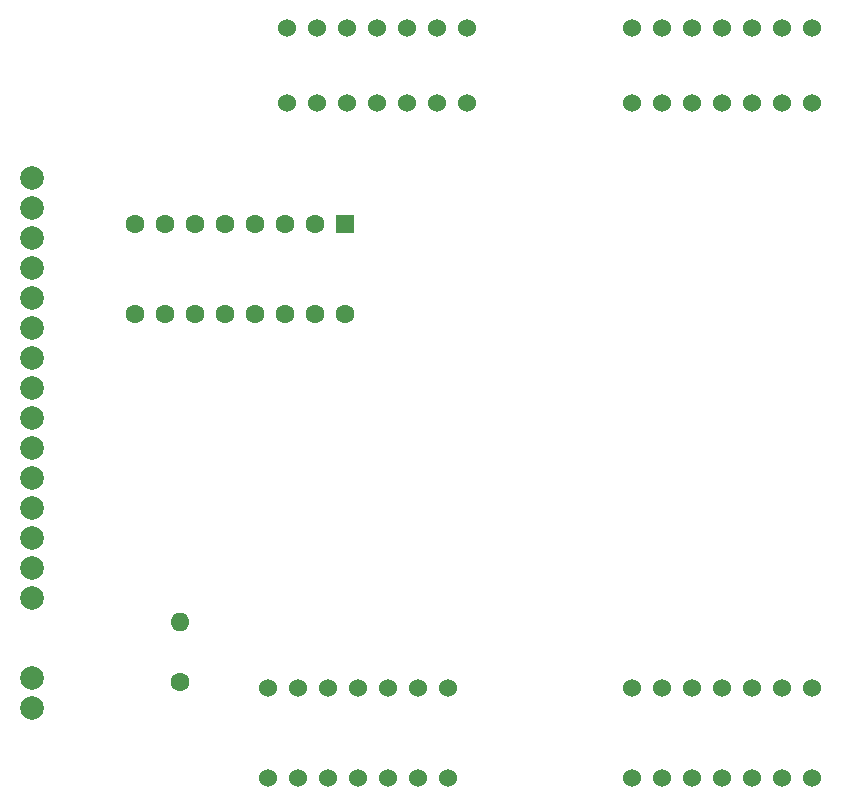
<source format=gbr>
%TF.GenerationSoftware,KiCad,Pcbnew,(5.1.7)-1*%
%TF.CreationDate,2020-11-19T14:16:26-06:00*%
%TF.ProjectId,SLEDBoard,534c4544-426f-4617-9264-2e6b69636164,v01*%
%TF.SameCoordinates,Original*%
%TF.FileFunction,Soldermask,Bot*%
%TF.FilePolarity,Negative*%
%FSLAX46Y46*%
G04 Gerber Fmt 4.6, Leading zero omitted, Abs format (unit mm)*
G04 Created by KiCad (PCBNEW (5.1.7)-1) date 2020-11-19 14:16:26*
%MOMM*%
%LPD*%
G01*
G04 APERTURE LIST*
%ADD10C,1.524000*%
%ADD11R,1.600000X1.600000*%
%ADD12C,1.600000*%
%ADD13O,1.600000X1.600000*%
%ADD14C,2.000000*%
G04 APERTURE END LIST*
D10*
%TO.C,U10*%
X74930000Y-88900000D03*
X72390000Y-88900000D03*
X69850000Y-88900000D03*
X67310000Y-88900000D03*
X64770000Y-88900000D03*
X62230000Y-88900000D03*
X59690000Y-88900000D03*
%TD*%
%TO.C,U9*%
X74930000Y-95250000D03*
X72390000Y-95250000D03*
X69850000Y-95250000D03*
X67310000Y-95250000D03*
X64770000Y-95250000D03*
X62230000Y-95250000D03*
X59690000Y-95250000D03*
%TD*%
%TO.C,U8*%
X104140000Y-88900000D03*
X101600000Y-88900000D03*
X99060000Y-88900000D03*
X96520000Y-88900000D03*
X93980000Y-88900000D03*
X91440000Y-88900000D03*
X88900000Y-88900000D03*
%TD*%
%TO.C,U7*%
X104140000Y-95250000D03*
X101600000Y-95250000D03*
X99060000Y-95250000D03*
X96520000Y-95250000D03*
X93980000Y-95250000D03*
X91440000Y-95250000D03*
X88900000Y-95250000D03*
%TD*%
%TO.C,U6*%
X88900000Y-152400000D03*
X91440000Y-152400000D03*
X93980000Y-152400000D03*
X96520000Y-152400000D03*
X99060000Y-152400000D03*
X101600000Y-152400000D03*
X104140000Y-152400000D03*
%TD*%
%TO.C,U5*%
X88900000Y-144780000D03*
X91440000Y-144780000D03*
X93980000Y-144780000D03*
X96520000Y-144780000D03*
X99060000Y-144780000D03*
X101600000Y-144780000D03*
X104140000Y-144780000D03*
%TD*%
%TO.C,U4*%
X58060000Y-152400000D03*
X60600000Y-152400000D03*
X63140000Y-152400000D03*
X65680000Y-152400000D03*
X68220000Y-152400000D03*
X70760000Y-152400000D03*
X73300000Y-152400000D03*
%TD*%
%TO.C,U3*%
X58085000Y-144780000D03*
X60625000Y-144780000D03*
X63165000Y-144780000D03*
X65705000Y-144780000D03*
X68245000Y-144780000D03*
X70785000Y-144780000D03*
X73325000Y-144780000D03*
%TD*%
D11*
%TO.C,DECODER1*%
X64592200Y-105537000D03*
D12*
X62052200Y-105537000D03*
X59512200Y-105537000D03*
X56972200Y-105537000D03*
X54432200Y-105537000D03*
X51892200Y-105537000D03*
X49352200Y-105537000D03*
X49352200Y-113157000D03*
X51892200Y-113157000D03*
X54432200Y-113157000D03*
X56972200Y-113157000D03*
X59512200Y-113157000D03*
X62052200Y-113157000D03*
X64592200Y-113157000D03*
X46812200Y-105537000D03*
X46812200Y-113157000D03*
%TD*%
%TO.C,R1*%
X50625000Y-144325000D03*
D13*
X50625000Y-139245000D03*
%TD*%
D14*
%TO.C,U1*%
X38100000Y-146507000D03*
X38100000Y-143967000D03*
%TD*%
%TO.C,U2*%
X38100000Y-137160000D03*
X38100000Y-134620000D03*
X38100000Y-132080000D03*
X38100000Y-129540000D03*
X38100000Y-127000000D03*
X38100000Y-124460000D03*
X38100000Y-121920000D03*
X38100000Y-119380000D03*
X38100000Y-116840000D03*
X38100000Y-114300000D03*
X38100000Y-111760000D03*
X38100000Y-109220000D03*
X38100000Y-106680000D03*
X38100000Y-104140000D03*
X38100000Y-101600000D03*
%TD*%
M02*

</source>
